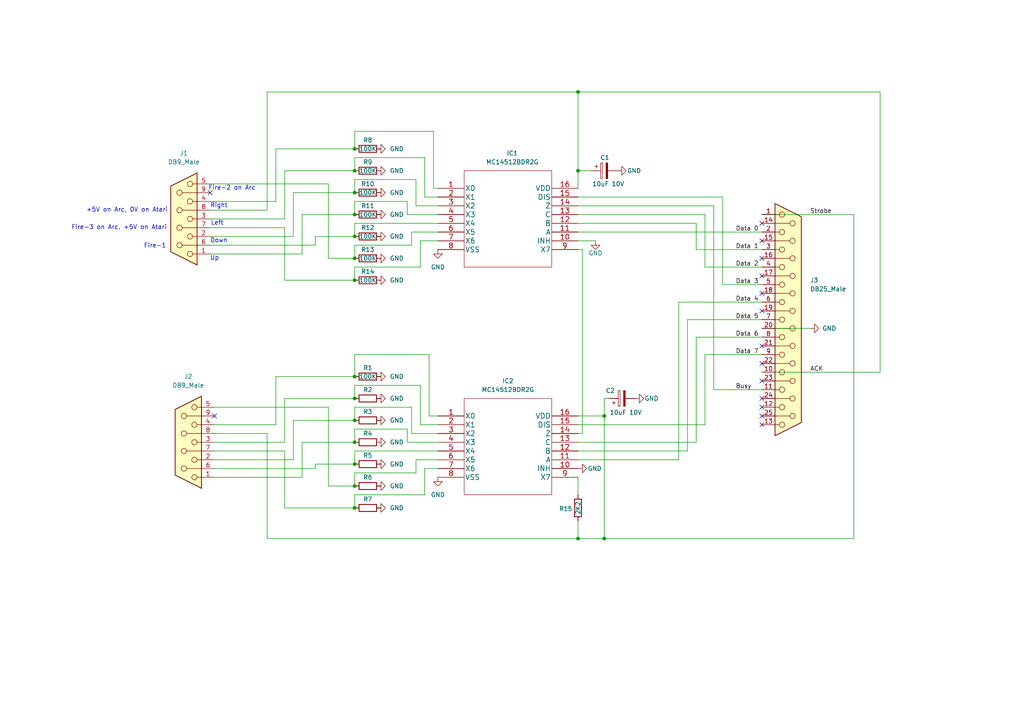
<source format=kicad_sch>
(kicad_sch (version 20250114) (generator "eeschema") (generator_version "9.0")
  (paper "A4")
  (title_block (title "Acorn Archimedes Parrallel Port Joystick Interface Ian Haylock") (date "2022-05-01") (rev "v3 - Haylock") (comment 1 "Improvements by Radiofan") (comment 2 "Rendered as Schematic by !FOZ!") (comment 3 "Supports Atari Joysticks") (comment 4 "Software supports Acorn printer port") (comment 5 "See https://stardot.org.uk/forums/viewtopic.php?f=16&t=24492"))
  (lib_symbols
    (symbol "Connector:DB25_Female" (pin_names (offset 1.016) (hide yes))
      (property "Reference" "J" (at 0 34.29 0))
      (property "Value" "DB25_Female" (at 0 -34.925 0))
      (symbol "DB25_Female_0_1"
        (polyline (pts (xy -3.81 33.655) (xy 3.81 29.845) (xy 3.81 -29.845) (xy -3.81 -33.655) (xy -3.81 33.655)) (stroke (width 0.254)) (fill (type background)))
        (polyline (pts (xy -3.81 30.48) (xy -2.54 30.48)))
        (polyline (pts (xy -3.81 27.94) (xy 0.508 27.94)))
        (polyline (pts (xy -3.81 25.4) (xy -2.54 25.4)))
        (polyline (pts (xy -3.81 22.86) (xy 0.508 22.86)))
        (polyline (pts (xy -3.81 20.32) (xy -2.54 20.32)))
        (polyline (pts (xy -3.81 17.78) (xy 0.508 17.78)))
        (polyline (pts (xy -3.81 15.24) (xy -2.54 15.24)))
        (polyline (pts (xy -3.81 12.7) (xy 0.508 12.7)))
        (polyline (pts (xy -3.81 10.16) (xy -2.54 10.16)))
        (polyline (pts (xy -3.81 7.62) (xy 0.508 7.62)))
        (polyline (pts (xy -3.81 5.08) (xy -2.54 5.08)))
        (polyline (pts (xy -3.81 2.54) (xy 0.508 2.54)))
        (polyline (pts (xy -3.81 0) (xy -2.54 0)))
        (polyline (pts (xy -3.81 -2.54) (xy 0.508 -2.54)))
        (polyline (pts (xy -3.81 -5.08) (xy -2.54 -5.08)))
        (polyline (pts (xy -3.81 -7.62) (xy 0.508 -7.62)))
        (polyline (pts (xy -3.81 -10.16) (xy -2.54 -10.16)))
        (polyline (pts (xy -3.81 -12.7) (xy 0.508 -12.7)))
        (polyline (pts (xy -3.81 -15.24) (xy -2.54 -15.24)))
        (polyline (pts (xy -3.81 -17.78) (xy 0.508 -17.78)))
        (polyline (pts (xy -3.81 -20.32) (xy -2.54 -20.32)))
        (polyline (pts (xy -3.81 -22.86) (xy 0.508 -22.86)))
        (polyline (pts (xy -3.81 -25.4) (xy -2.54 -25.4)))
        (polyline (pts (xy -3.81 -27.94) (xy 0.508 -27.94)))
        (polyline (pts (xy -3.81 -30.48) (xy -2.54 -30.48)))
        (circle (center -1.778 30.48) (radius 0.762))
        (circle (center -1.778 25.4) (radius 0.762))
        (circle (center -1.778 20.32) (radius 0.762))
        (circle (center -1.778 15.24) (radius 0.762))
        (circle (center -1.778 10.16) (radius 0.762))
        (circle (center -1.778 5.08) (radius 0.762))
        (circle (center -1.778 0) (radius 0.762))
        (circle (center -1.778 -5.08) (radius 0.762))
        (circle (center -1.778 -10.16) (radius 0.762))
        (circle (center -1.778 -15.24) (radius 0.762))
        (circle (center -1.778 -20.32) (radius 0.762))
        (circle (center -1.778 -25.4) (radius 0.762))
        (circle (center -1.778 -30.48) (radius 0.762))
        (circle (center 1.27 27.94) (radius 0.762))
        (circle (center 1.27 22.86) (radius 0.762))
        (circle (center 1.27 17.78) (radius 0.762))
        (circle (center 1.27 12.7) (radius 0.762))
        (circle (center 1.27 7.62) (radius 0.762))
        (circle (center 1.27 2.54) (radius 0.762))
        (circle (center 1.27 -2.54) (radius 0.762))
        (circle (center 1.27 -7.62) (radius 0.762))
        (circle (center 1.27 -12.7) (radius 0.762))
        (circle (center 1.27 -17.78) (radius 0.762))
        (circle (center 1.27 -22.86) (radius 0.762))
        (circle (center 1.27 -27.94) (radius 0.762))
      )
      (symbol "DB25_Female_1_1"
        (pin passive line (at -7.62 30.48 0) (length 3.81) (name "1") (number "1"))
        (pin passive line (at -7.62 27.94 0) (length 3.81) (name "P14") (number "14"))
        (pin passive line (at -7.62 25.4 0) (length 3.81) (name "2") (number "2"))
        (pin passive line (at -7.62 22.86 0) (length 3.81) (name "P15") (number "15"))
        (pin passive line (at -7.62 20.32 0) (length 3.81) (name "3") (number "3"))
        (pin passive line (at -7.62 17.78 0) (length 3.81) (name "P16") (number "16"))
        (pin passive line (at -7.62 15.24 0) (length 3.81) (name "4") (number "4"))
        (pin passive line (at -7.62 12.7 0) (length 3.81) (name "P17") (number "17"))
        (pin passive line (at -7.62 10.16 0) (length 3.81) (name "5") (number "5"))
        (pin passive line (at -7.62 7.62 0) (length 3.81) (name "P18") (number "18"))
        (pin passive line (at -7.62 5.08 0) (length 3.81) (name "6") (number "6"))
        (pin passive line (at -7.62 2.54 0) (length 3.81) (name "P19") (number "19"))
        (pin passive line (at -7.62 0 0) (length 3.81) (name "7") (number "7"))
        (pin passive line (at -7.62 -2.54 0) (length 3.81) (name "P20") (number "20"))
        (pin passive line (at -7.62 -5.08 0) (length 3.81) (name "8") (number "8"))
        (pin passive line (at -7.62 -7.62 0) (length 3.81) (name "P21") (number "21"))
        (pin passive line (at -7.62 -10.16 0) (length 3.81) (name "9") (number "9"))
        (pin passive line (at -7.62 -12.7 0) (length 3.81) (name "P22") (number "22"))
        (pin passive line (at -7.62 -15.24 0) (length 3.81) (name "10") (number "10"))
        (pin passive line (at -7.62 -17.78 0) (length 3.81) (name "P23") (number "23"))
        (pin passive line (at -7.62 -20.32 0) (length 3.81) (name "11") (number "11"))
        (pin passive line (at -7.62 -22.86 0) (length 3.81) (name "P24") (number "24"))
        (pin passive line (at -7.62 -25.4 0) (length 3.81) (name "12") (number "12"))
        (pin passive line (at -7.62 -27.94 0) (length 3.81) (name "P25") (number "25"))
        (pin passive line (at -7.62 -30.48 0) (length 3.81) (name "13") (number "13"))
      )
    )
    (symbol "Connector:DB9_Female" (pin_names (offset 1.016) (hide yes))
      (property "Reference" "J" (at 0 13.97 0))
      (property "Value" "DB9_Female" (at 0 -14.605 0))
      (symbol "DB9_Female_0_1"
        (polyline (pts (xy -3.81 13.335) (xy -3.81 -13.335) (xy 3.81 -9.525) (xy 3.81 9.525) (xy -3.81 13.335)) (stroke (width 0.254)) (fill (type background)))
        (polyline (pts (xy -3.81 10.16) (xy -2.54 10.16)))
        (polyline (pts (xy -3.81 7.62) (xy 0.508 7.62)))
        (polyline (pts (xy -3.81 5.08) (xy -2.54 5.08)))
        (polyline (pts (xy -3.81 2.54) (xy 0.508 2.54)))
        (polyline (pts (xy -3.81 0) (xy -2.54 0)))
        (polyline (pts (xy -3.81 -2.54) (xy 0.508 -2.54)))
        (polyline (pts (xy -3.81 -5.08) (xy -2.54 -5.08)))
        (polyline (pts (xy -3.81 -7.62) (xy 0.508 -7.62)))
        (polyline (pts (xy -3.81 -10.16) (xy -2.54 -10.16)))
        (circle (center -1.778 10.16) (radius 0.762))
        (circle (center -1.778 5.08) (radius 0.762))
        (circle (center -1.778 0) (radius 0.762))
        (circle (center -1.778 -5.08) (radius 0.762))
        (circle (center -1.778 -10.16) (radius 0.762))
        (circle (center 1.27 7.62) (radius 0.762))
        (circle (center 1.27 2.54) (radius 0.762))
        (circle (center 1.27 -2.54) (radius 0.762))
        (circle (center 1.27 -7.62) (radius 0.762))
      )
      (symbol "DB9_Female_1_1"
        (pin passive line (at -7.62 10.16 0) (length 3.81) (name "1") (number "1"))
        (pin passive line (at -7.62 7.62 0) (length 3.81) (name "6") (number "6"))
        (pin passive line (at -7.62 5.08 0) (length 3.81) (name "2") (number "2"))
        (pin passive line (at -7.62 2.54 0) (length 3.81) (name "7") (number "7"))
        (pin passive line (at -7.62 0 0) (length 3.81) (name "3") (number "3"))
        (pin passive line (at -7.62 -2.54 0) (length 3.81) (name "8") (number "8"))
        (pin passive line (at -7.62 -5.08 0) (length 3.81) (name "4") (number "4"))
        (pin passive line (at -7.62 -7.62 0) (length 3.81) (name "9") (number "9"))
        (pin passive line (at -7.62 -10.16 0) (length 3.81) (name "5") (number "5"))
      )
    )
    (symbol "Device:C_Polarized" (pin_numbers (hide yes)) (pin_names (offset 0.254))
      (property "Reference" "C" (at 0.635 2.54 0))
      (property "Value" "C_Polarized" (at 0.635 -2.54 0))
      (symbol "C_Polarized_0_1"
        (rectangle (start -2.286 0.508) (end 2.286 1.016))
        (polyline (pts (xy -1.778 2.286) (xy -0.762 2.286)))
        (polyline (pts (xy -1.27 2.794) (xy -1.27 1.778)))
        (rectangle (start 2.286 -0.508) (end -2.286 -1.016) (fill (type outline)))
      )
      (symbol "C_Polarized_1_1"
        (pin passive line (at 0 3.81 270) (length 2.794) (name "~") (number "1"))
        (pin passive line (at 0 -3.81 90) (length 2.794) (name "~") (number "2"))
      )
    )
    (symbol "Device:R" (pin_numbers (hide yes)) (pin_names (offset 0))
      (property "Reference" "R" (at 2.032 0 90))
      (property "Value" "R" (at 0 0 90))
      (symbol "R_0_1"
        (rectangle (start -1.016 -2.54) (end 1.016 2.54) (stroke (width 0.254)))
      )
      (symbol "R_1_1"
        (pin passive line (at 0 3.81 270) (length 1.27) (name "~") (number "1"))
        (pin passive line (at 0 -3.81 90) (length 1.27) (name "~") (number "2"))
      )
    )
    (symbol "MC14512BDR2G:MC14512BDR2G" (pin_names (offset 0.254))
      (property "Reference" "U" (at 20.32 10.16 0))
      (property "Value" "MC14512BDR2G" (at 20.32 7.62 0))
      (symbol "MC14512BDR2G_1_1"
        (polyline (pts (xy 7.62 5.08) (xy 7.62 -22.86)) (stroke (width 0.127)))
        (polyline (pts (xy 7.62 -22.86) (xy 33.02 -22.86)) (stroke (width 0.127)))
        (polyline (pts (xy 33.02 5.08) (xy 7.62 5.08)) (stroke (width 0.127)))
        (polyline (pts (xy 33.02 -22.86) (xy 33.02 5.08)) (stroke (width 0.127)))
        (pin output line (at 0 0 0) (length 7.62) (name "X0") (number "1"))
        (pin output line (at 0 -2.54 0) (length 7.62) (name "X1") (number "2"))
        (pin output line (at 0 -5.08 0) (length 7.62) (name "X2") (number "3"))
        (pin output line (at 0 -7.62 0) (length 7.62) (name "X3") (number "4"))
        (pin output line (at 0 -10.16 0) (length 7.62) (name "X4") (number "5"))
        (pin output line (at 0 -12.7 0) (length 7.62) (name "X5") (number "6"))
        (pin output line (at 0 -15.24 0) (length 7.62) (name "X6") (number "7"))
        (pin power_in line (at 0 -17.78 0) (length 7.62) (name "VSS") (number "8"))
        (pin power_in line (at 40.64 0 180) (length 7.62) (name "VDD") (number "16"))
        (pin input line (at 40.64 -2.54 180) (length 7.62) (name "DIS") (number "15"))
        (pin input line (at 40.64 -5.08 180) (length 7.62) (name "Z") (number "14"))
        (pin input line (at 40.64 -7.62 180) (length 7.62) (name "C") (number "13"))
        (pin input line (at 40.64 -10.16 180) (length 7.62) (name "B") (number "12"))
        (pin input line (at 40.64 -12.7 180) (length 7.62) (name "A") (number "11"))
        (pin input line (at 40.64 -15.24 180) (length 7.62) (name "INH") (number "10"))
        (pin output line (at 40.64 -17.78 180) (length 7.62) (name "X7") (number "9"))
      )
    )
    (symbol "power:GND" (power) (pin_names (offset 0))
      (property "Value" "GND" (at 0 -3.81 0))
      (symbol "GND_0_1"
        (polyline (pts (xy 0 0) (xy 0 -1.27) (xy 1.27 -1.27) (xy 0 -2.54) (xy -1.27 -1.27) (xy 0 -1.27)))
      )
      (symbol "GND_1_1"
        (pin power_in line (at 0 0 270) (length 0) (hide yes) (name "GND") (number "1"))
      )
    )
  )
  (text "Down" (at 63.5 69.85 0) (effects (font (size 1.27 1.27))))
  (text "Right" (at 63.5 59.69 0) (effects (font (size 1.27 1.27))))
  (text "Fire-1" (at 44.958 71.374 0) (effects (font (size 1.27 1.27))))
  (text "Left" (at 62.992 64.77 0) (effects (font (size 1.27 1.27))))
  (text "Up" (at 62.23 74.93 0) (effects (font (size 1.27 1.27))))
  (text "+5V on Arc, 0V on Atari" (at 36.83 60.96 0) (effects (font (size 1.27 1.27))))
  (text "Fire-2 on Arc" (at 67.31 54.61 0) (effects (font (size 1.27 1.27))))
  (text "Fire-3 on Arc, +5V on Atari" (at 34.544 66.04 0) (effects (font (size 1.27 1.27))))
  (junction (at 102.87 43.18))
  (junction (at 102.87 55.88))
  (junction (at 102.87 49.53))
  (junction (at 102.87 134.62))
  (junction (at 102.87 128.27))
  (junction (at 102.87 81.28))
  (junction (at 102.87 74.93))
  (junction (at 167.64 49.53))
  (junction (at 102.87 68.58))
  (junction (at 175.26 120.65))
  (junction (at 102.87 62.23))
  (junction (at 102.87 115.57))
  (junction (at 167.64 156.21))
  (junction (at 102.87 109.22))
  (junction (at 102.87 121.92))
  (junction (at 102.87 147.32))
  (junction (at 175.26 156.21))
  (junction (at 102.87 140.97))
  (junction (at 167.64 26.67))
  (no_connect (at 60.96 55.88))
  (no_connect (at 62.23 120.65))
  (no_connect (at 220.98 100.33))
  (no_connect (at 220.98 105.41))
  (no_connect (at 220.98 110.49))
  (no_connect (at 220.98 115.57))
  (no_connect (at 220.98 118.11))
  (no_connect (at 220.98 123.19))
  (no_connect (at 220.98 120.65))
  (no_connect (at 220.98 64.77))
  (no_connect (at 220.98 74.93))
  (no_connect (at 220.98 80.01))
  (no_connect (at 220.98 85.09))
  (no_connect (at 220.98 69.85))
  (no_connect (at 220.98 90.17))
  (wire (pts (xy 60.96 63.5) (xy 82.55 63.5)))
  (wire (pts (xy 87.63 138.43) (xy 87.63 128.27)))
  (wire (pts (xy 255.27 107.95) (xy 220.98 107.95)))
  (wire (pts (xy 91.44 68.58) (xy 102.87 68.58)))
  (wire (pts (xy 82.55 147.32) (xy 102.87 147.32)))
  (wire (pts (xy 91.44 135.89) (xy 91.44 134.62)))
  (wire (pts (xy 102.87 55.88) (xy 102.87 52.07)))
  (wire (pts (xy 234.95 95.25) (xy 220.98 95.25)))
  (wire (pts (xy 167.64 54.61) (xy 167.64 49.53)))
  (wire (pts (xy 109.22 115.57) (xy 110.49 115.57)))
  (wire (pts (xy 109.22 140.97) (xy 110.49 140.97)))
  (wire (pts (xy 77.47 26.67) (xy 167.64 26.67)))
  (wire (pts (xy 102.87 134.62) (xy 102.87 130.81)))
  (wire (pts (xy 109.22 81.28) (xy 110.49 81.28)))
  (wire (pts (xy 62.23 133.35) (xy 85.09 133.35)))
  (wire (pts (xy 109.22 49.53) (xy 110.49 49.53)))
  (wire (pts (xy 91.44 71.12) (xy 91.44 68.58)))
  (wire (pts (xy 102.87 118.11) (xy 119.38 118.11)))
  (wire (pts (xy 199.39 92.71) (xy 220.98 92.71)))
  (wire (pts (xy 247.65 62.23) (xy 220.98 62.23)))
  (wire (pts (xy 175.26 115.57) (xy 176.53 115.57)))
  (wire (pts (xy 102.87 49.53) (xy 102.87 45.72)))
  (wire (pts (xy 102.87 74.93) (xy 102.87 71.12)))
  (wire (pts (xy 77.47 156.21) (xy 167.64 156.21)))
  (wire (pts (xy 123.19 45.72) (xy 123.19 57.15)))
  (wire (pts (xy 82.55 66.04) (xy 82.55 81.28)))
  (wire (pts (xy 167.64 67.31) (xy 220.98 67.31)))
  (wire (pts (xy 168.91 72.39) (xy 168.91 125.73)))
  (wire (pts (xy 87.63 128.27) (xy 102.87 128.27)))
  (wire (pts (xy 167.64 62.23) (xy 204.47 62.23)))
  (wire (pts (xy 199.39 130.81) (xy 199.39 92.71)))
  (wire (pts (xy 201.93 97.79) (xy 220.98 97.79)))
  (wire (pts (xy 80.01 123.19) (xy 80.01 109.22)))
  (wire (pts (xy 62.23 125.73) (xy 77.47 125.73)))
  (wire (pts (xy 121.92 69.85) (xy 127 69.85)))
  (wire (pts (xy 109.22 121.92) (xy 110.49 121.92)))
  (wire (pts (xy 204.47 62.23) (xy 204.47 77.47)))
  (wire (pts (xy 82.55 49.53) (xy 102.87 49.53)))
  (wire (pts (xy 125.73 38.1) (xy 125.73 54.61)))
  (wire (pts (xy 168.91 72.39) (xy 167.64 72.39)))
  (wire (pts (xy 167.64 26.67) (xy 255.27 26.67)))
  (wire (pts (xy 80.01 43.18) (xy 102.87 43.18)))
  (wire (pts (xy 201.93 128.27) (xy 201.93 97.79)))
  (wire (pts (xy 109.22 147.32) (xy 110.49 147.32)))
  (wire (pts (xy 119.38 118.11) (xy 119.38 125.73)))
  (wire (pts (xy 102.87 137.16) (xy 120.65 137.16)))
  (wire (pts (xy 109.22 134.62) (xy 110.49 134.62)))
  (wire (pts (xy 109.22 74.93) (xy 110.49 74.93)))
  (wire (pts (xy 109.22 43.18) (xy 110.49 43.18)))
  (wire (pts (xy 62.23 130.81) (xy 82.55 130.81)))
  (wire (pts (xy 82.55 81.28) (xy 102.87 81.28)))
  (wire (pts (xy 102.87 115.57) (xy 102.87 111.76)))
  (wire (pts (xy 60.96 73.66) (xy 87.63 73.66)))
  (wire (pts (xy 167.64 128.27) (xy 201.93 128.27)))
  (wire (pts (xy 118.11 124.46) (xy 118.11 128.27)))
  (wire (pts (xy 175.26 120.65) (xy 175.26 156.21)))
  (wire (pts (xy 125.73 54.61) (xy 127 54.61)))
  (wire (pts (xy 80.01 109.22) (xy 102.87 109.22)))
  (wire (pts (xy 60.96 68.58) (xy 85.09 68.58)))
  (wire (pts (xy 247.65 156.21) (xy 247.65 62.23)))
  (wire (pts (xy 62.23 128.27) (xy 82.55 128.27)))
  (wire (pts (xy 124.46 102.87) (xy 124.46 120.65)))
  (wire (pts (xy 175.26 115.57) (xy 175.26 120.65)))
  (wire (pts (xy 80.01 58.42) (xy 80.01 43.18)))
  (wire (pts (xy 102.87 102.87) (xy 124.46 102.87)))
  (wire (pts (xy 119.38 125.73) (xy 127 125.73)))
  (wire (pts (xy 118.11 58.42) (xy 118.11 62.23)))
  (wire (pts (xy 121.92 111.76) (xy 121.92 123.19)))
  (wire (pts (xy 109.22 109.22) (xy 110.49 109.22)))
  (wire (pts (xy 85.09 133.35) (xy 85.09 121.92)))
  (wire (pts (xy 196.85 87.63) (xy 220.98 87.63)))
  (wire (pts (xy 95.25 140.97) (xy 102.87 140.97)))
  (wire (pts (xy 123.19 143.51) (xy 123.19 135.89)))
  (wire (pts (xy 102.87 143.51) (xy 123.19 143.51)))
  (wire (pts (xy 167.64 64.77) (xy 201.93 64.77)))
  (wire (pts (xy 102.87 124.46) (xy 118.11 124.46)))
  (wire (pts (xy 255.27 26.67) (xy 255.27 107.95)))
  (wire (pts (xy 82.55 128.27) (xy 82.55 115.57)))
  (wire (pts (xy 209.55 82.55) (xy 220.98 82.55)))
  (wire (pts (xy 82.55 115.57) (xy 102.87 115.57)))
  (wire (pts (xy 121.92 123.19) (xy 127 123.19)))
  (wire (pts (xy 121.92 77.47) (xy 121.92 69.85)))
  (wire (pts (xy 60.96 60.96) (xy 77.47 60.96)))
  (wire (pts (xy 207.01 113.03) (xy 220.98 113.03)))
  (wire (pts (xy 102.87 121.92) (xy 102.87 118.11)))
  (wire (pts (xy 62.23 138.43) (xy 87.63 138.43)))
  (wire (pts (xy 62.23 123.19) (xy 80.01 123.19)))
  (wire (pts (xy 102.87 43.18) (xy 102.87 38.1)))
  (wire (pts (xy 102.87 52.07) (xy 120.65 52.07)))
  (wire (pts (xy 175.26 156.21) (xy 247.65 156.21)))
  (wire (pts (xy 95.25 118.11) (xy 95.25 140.97)))
  (wire (pts (xy 102.87 147.32) (xy 102.87 143.51)))
  (wire (pts (xy 119.38 67.31) (xy 127 67.31)))
  (wire (pts (xy 167.64 151.13) (xy 167.64 156.21)))
  (wire (pts (xy 60.96 58.42) (xy 80.01 58.42)))
  (wire (pts (xy 124.46 120.65) (xy 127 120.65)))
  (wire (pts (xy 82.55 130.81) (xy 82.55 147.32)))
  (wire (pts (xy 102.87 109.22) (xy 102.87 102.87)))
  (wire (pts (xy 204.47 77.47) (xy 220.98 77.47)))
  (wire (pts (xy 102.87 77.47) (xy 121.92 77.47)))
  (wire (pts (xy 120.65 133.35) (xy 127 133.35)))
  (wire (pts (xy 102.87 111.76) (xy 121.92 111.76)))
  (wire (pts (xy 167.64 26.67) (xy 167.64 49.53)))
  (wire (pts (xy 209.55 57.15) (xy 209.55 82.55)))
  (wire (pts (xy 204.47 123.19) (xy 204.47 102.87)))
  (wire (pts (xy 60.96 71.12) (xy 91.44 71.12)))
  (wire (pts (xy 167.64 156.21) (xy 175.26 156.21)))
  (wire (pts (xy 167.64 69.85) (xy 172.72 69.85)))
  (wire (pts (xy 102.87 45.72) (xy 123.19 45.72)))
  (wire (pts (xy 167.64 120.65) (xy 175.26 120.65)))
  (wire (pts (xy 95.25 53.34) (xy 95.25 74.93)))
  (wire (pts (xy 118.11 62.23) (xy 127 62.23)))
  (wire (pts (xy 60.96 66.04) (xy 82.55 66.04)))
  (wire (pts (xy 102.87 64.77) (xy 127 64.77)))
  (wire (pts (xy 95.25 74.93) (xy 102.87 74.93)))
  (wire (pts (xy 82.55 63.5) (xy 82.55 49.53)))
  (wire (pts (xy 167.64 133.35) (xy 196.85 133.35)))
  (wire (pts (xy 167.64 57.15) (xy 209.55 57.15)))
  (wire (pts (xy 168.91 125.73) (xy 167.64 125.73)))
  (wire (pts (xy 91.44 134.62) (xy 102.87 134.62)))
  (wire (pts (xy 102.87 68.58) (xy 102.87 64.77)))
  (wire (pts (xy 60.96 53.34) (xy 95.25 53.34)))
  (wire (pts (xy 109.22 68.58) (xy 110.49 68.58)))
  (wire (pts (xy 167.64 138.43) (xy 167.64 143.51)))
  (wire (pts (xy 204.47 102.87) (xy 220.98 102.87)))
  (wire (pts (xy 109.22 62.23) (xy 110.49 62.23)))
  (wire (pts (xy 87.63 62.23) (xy 102.87 62.23)))
  (wire (pts (xy 120.65 59.69) (xy 127 59.69)))
  (wire (pts (xy 102.87 130.81) (xy 127 130.81)))
  (wire (pts (xy 62.23 135.89) (xy 91.44 135.89)))
  (wire (pts (xy 85.09 68.58) (xy 85.09 55.88)))
  (wire (pts (xy 109.22 128.27) (xy 110.49 128.27)))
  (wire (pts (xy 201.93 72.39) (xy 220.98 72.39)))
  (wire (pts (xy 167.64 49.53) (xy 171.45 49.53)))
  (wire (pts (xy 77.47 125.73) (xy 77.47 156.21)))
  (wire (pts (xy 87.63 73.66) (xy 87.63 62.23)))
  (wire (pts (xy 196.85 133.35) (xy 196.85 87.63)))
  (wire (pts (xy 167.64 130.81) (xy 199.39 130.81)))
  (wire (pts (xy 102.87 140.97) (xy 102.87 137.16)))
  (wire (pts (xy 120.65 137.16) (xy 120.65 133.35)))
  (wire (pts (xy 118.11 128.27) (xy 127 128.27)))
  (wire (pts (xy 207.01 59.69) (xy 207.01 113.03)))
  (wire (pts (xy 120.65 52.07) (xy 120.65 59.69)))
  (wire (pts (xy 102.87 58.42) (xy 118.11 58.42)))
  (wire (pts (xy 201.93 64.77) (xy 201.93 72.39)))
  (wire (pts (xy 62.23 118.11) (xy 95.25 118.11)))
  (wire (pts (xy 109.22 55.88) (xy 110.49 55.88)))
  (wire (pts (xy 85.09 121.92) (xy 102.87 121.92)))
  (wire (pts (xy 102.87 62.23) (xy 102.87 58.42)))
  (wire (pts (xy 123.19 57.15) (xy 127 57.15)))
  (wire (pts (xy 102.87 71.12) (xy 119.38 71.12)))
  (wire (pts (xy 167.64 123.19) (xy 204.47 123.19)))
  (wire (pts (xy 85.09 55.88) (xy 102.87 55.88)))
  (wire (pts (xy 119.38 71.12) (xy 119.38 67.31)))
  (wire (pts (xy 123.19 135.89) (xy 127 135.89)))
  (wire (pts (xy 102.87 81.28) (xy 102.87 77.47)))
  (wire (pts (xy 102.87 128.27) (xy 102.87 124.46)))
  (wire (pts (xy 167.64 59.69) (xy 207.01 59.69)))
  (wire (pts (xy 102.87 38.1) (xy 125.73 38.1)))
  (wire (pts (xy 77.47 60.96) (xy 77.47 26.67)))
  (label "Data 7" (at 213.36 102.87 0))
  (label "Data 4" (at 213.36 87.63 0))
  (label "Data 6" (at 213.36 97.79 0))
  (label "ACK" (at 234.95 107.95 0))
  (label "Busy" (at 213.36 113.03 0))
  (label "Data 0" (at 213.36 67.31 0))
  (label "Data 2" (at 213.36 77.47 0))
  (label "Strobe" (at 234.95 62.23 0))
  (label "Data 5" (at 213.36 92.71 0))
  (label "Data 3" (at 213.36 82.55 0))
  (label "Data 1" (at 213.36 72.39 0))
  (symbol (lib_id "power:GND") (at 109.22 68.58 90) (unit 1)
    (property "Reference" "#PWR0111" (effects (hide yes)))
    (property "Value" "GND" (at 113.03 68.5799 90) (effects (justify right)))
  )
  (symbol (lib_id "power:GND") (at 109.22 128.27 90) (unit 1)
    (property "Reference" "#PWR0120" (effects (hide yes)))
    (property "Value" "GND" (at 113.03 128.2699 90) (effects (justify right)))
  )
  (symbol (lib_id "power:GND") (at 109.22 55.88 90) (unit 1)
    (property "Reference" "#PWR0109" (effects (hide yes)))
    (property "Value" "GND" (at 113.03 55.8799 90) (effects (justify right)))
  )
  (symbol (lib_id "Device:R") (at 106.68 55.88 90) (unit 1)
    (property "Reference" "R10" (at 106.68 53.34 90))
    (property "Value" "100K" (at 106.68 55.88 90))
    (property "Footprint" "Resistor_SMD:R_0805_2012Metric_Pad1.20x1.40mm_HandSolder" (effects (hide yes)))
  )
  (symbol (lib_id "Device:C_Polarized") (at 180.34 115.57 90) (unit 1)
    (property "Reference" "C2" (at 177.038 113.284 90))
    (property "Value" "10uF 10V" (at 186.182 119.634 90) (effects (justify left)))
    (property "Footprint" "Capacitor_THT:CP_Radial_D5.0mm_P2.00mm" (effects (hide yes)))
  )
  (symbol (lib_id "power:GND") (at 109.22 134.62 90) (unit 1)
    (property "Reference" "#PWR0116" (effects (hide yes)))
    (property "Value" "GND" (at 113.03 134.6199 90) (effects (justify right)))
  )
  (symbol (lib_id "Device:R") (at 106.68 74.93 270) (unit 1)
    (property "Reference" "R13" (at 106.68 72.39 90))
    (property "Value" "100K" (at 106.68 74.93 90))
    (property "Footprint" "Resistor_SMD:R_0805_2012Metric_Pad1.20x1.40mm_HandSolder" (effects (hide yes)))
  )
  (symbol (lib_id "Device:C_Polarized") (at 175.26 49.53 90) (mirror x) (unit 1)
    (property "Reference" "C1" (at 176.784 45.72 90) (effects (justify left)))
    (property "Value" "10uF 10V" (at 181.102 53.34 90) (effects (justify left)))
    (property "Footprint" "Capacitor_THT:CP_Radial_D5.0mm_P2.00mm" (effects (hide yes)))
  )
  (symbol (lib_id "Device:R") (at 106.68 43.18 90) (unit 1)
    (property "Reference" "R8" (at 106.68 40.64 90))
    (property "Value" "100K" (at 106.68 43.18 90))
    (property "Footprint" "Resistor_SMD:R_0805_2012Metric_Pad1.20x1.40mm_HandSolder" (effects (hide yes)))
  )
  (symbol (lib_id "power:GND") (at 109.22 109.22 90) (unit 1)
    (property "Reference" "#PWR0119" (effects (hide yes)))
    (property "Value" "GND" (at 113.03 109.2199 90) (effects (justify right)))
  )
  (symbol (lib_id "Device:R") (at 106.68 140.97 90) (unit 1)
    (property "Reference" "R6" (at 106.68 138.43 90))
    (property "Value" "100k" (effects (hide yes)))
    (property "Footprint" "Resistor_SMD:R_0805_2012Metric_Pad1.20x1.40mm_HandSolder" (effects (hide yes)))
  )
  (symbol (lib_id "Device:R") (at 106.68 147.32 90) (unit 1)
    (property "Reference" "R7" (at 106.68 144.78 90))
    (property "Value" "100k" (effects (hide yes)))
    (property "Footprint" "Resistor_SMD:R_0805_2012Metric_Pad1.20x1.40mm_HandSolder" (effects (hide yes)))
  )
  (symbol (lib_id "power:GND") (at 109.22 147.32 90) (unit 1)
    (property "Reference" "#PWR0115" (effects (hide yes)))
    (property "Value" "GND" (at 113.03 147.3199 90) (effects (justify right)))
  )
  (symbol (lib_id "power:GND") (at 127 138.43 0) (unit 1)
    (property "Reference" "#PWR0103" (effects (hide yes)))
    (property "Value" "GND" (at 127 143.51 0))
  )
  (symbol (lib_id "power:GND") (at 127 72.39 0) (unit 1)
    (property "Reference" "#PWR0102" (effects (hide yes)))
    (property "Value" "GND" (at 127 77.47 0))
  )
  (symbol (lib_id "Connector:DB9_Female") (at 53.34 63.5 180) (unit 1)
    (property "Reference" "J1" (at 53.34 44.45 0))
    (property "Value" "DB9_Male" (at 53.34 46.99 0))
    (property "Footprint" "MyFootprints:5747840-4" (effects (hide yes)))
  )
  (symbol (lib_id "power:GND") (at 109.22 74.93 90) (unit 1)
    (property "Reference" "#PWR0112" (effects (hide yes)))
    (property "Value" "GND" (at 113.03 74.9299 90) (effects (justify right)))
  )
  (symbol (lib_id "power:GND") (at 109.22 62.23 90) (unit 1)
    (property "Reference" "#PWR0108" (effects (hide yes)))
    (property "Value" "GND" (at 113.03 62.2299 90) (effects (justify right)))
  )
  (symbol (lib_id "Device:R") (at 106.68 109.22 90) (unit 1)
    (property "Reference" "R1" (at 106.68 106.68 90))
    (property "Value" "100K" (at 109.22 109.22 90) (effects (justify left)))
    (property "Footprint" "Resistor_SMD:R_0805_2012Metric_Pad1.20x1.40mm_HandSolder" (effects (hide yes)))
  )
  (symbol (lib_id "Connector:DB25_Female") (at 228.6 92.71 0) (unit 1)
    (property "Reference" "J3" (at 234.95 81.28 0) (effects (justify left)))
    (property "Value" "DB25_Male" (at 234.95 83.82 0) (effects (justify left)))
    (property "Footprint" "MyFootprints:5788794-1" (effects (hide yes)))
  )
  (symbol (lib_id "power:GND") (at 109.22 43.18 90) (unit 1)
    (property "Reference" "#PWR0110" (effects (hide yes)))
    (property "Value" "GND" (at 113.03 43.1799 90) (effects (justify right)))
  )
  (symbol (lib_id "power:GND") (at 179.07 49.53 90) (mirror x) (unit 1)
    (property "Reference" "#PWR0101" (effects (hide yes)))
    (property "Value" "GND" (at 181.864 49.53 90) (effects (justify right)))
  )
  (symbol (lib_id "MC14512BDR2G:MC14512BDR2G") (at 127 54.61 0) (unit 1)
    (property "Reference" "IC1" (at 148.59 44.45 0))
    (property "Value" "MC14512BDR2G" (at 148.59 46.99 0))
    (property "Footprint" "Package_SO:SOIC-16_3.9x9.9mm_P1.27mm" (effects (hide yes)))
    (property "Datasheet" "DOCUMENTATION" (effects (hide yes)))
  )
  (symbol (lib_id "power:GND") (at 184.15 115.57 90) (unit 1)
    (property "Reference" "#PWR0105" (effects (hide yes)))
    (property "Value" "GND" (at 188.976 115.57 90))
  )
  (symbol (lib_id "power:GND") (at 109.22 49.53 90) (unit 1)
    (property "Reference" "#PWR0107" (effects (hide yes)))
    (property "Value" "GND" (at 113.03 49.5299 90) (effects (justify right)))
  )
  (symbol (lib_id "power:GND") (at 109.22 140.97 90) (unit 1)
    (property "Reference" "#PWR0117" (effects (hide yes)))
    (property "Value" "GND" (at 113.03 140.9699 90) (effects (justify right)))
  )
  (symbol (lib_id "power:GND") (at 172.72 69.85 0) (unit 1)
    (property "Reference" "#PWR0104" (effects (hide yes)))
    (property "Value" "GND" (at 172.72 73.406 0))
  )
  (symbol (lib_id "Device:R") (at 106.68 68.58 90) (unit 1)
    (property "Reference" "R12" (at 106.68 66.04 90))
    (property "Value" "100K" (at 106.68 68.58 90))
    (property "Footprint" "Resistor_SMD:R_0805_2012Metric_Pad1.20x1.40mm_HandSolder" (effects (hide yes)))
  )
  (symbol (lib_id "Connector:DB9_Female") (at 54.61 128.27 180) (unit 1)
    (property "Reference" "J2" (at 54.61 109.22 0))
    (property "Value" "DB9_Male" (at 54.61 111.76 0))
    (property "Footprint" "MyFootprints:5747840-4" (effects (hide yes)))
  )
  (symbol (lib_id "Device:R") (at 106.68 49.53 90) (unit 1)
    (property "Reference" "R9" (at 106.68 46.99 90))
    (property "Value" "100K" (at 106.68 49.53 90))
    (property "Footprint" "Resistor_SMD:R_0805_2012Metric_Pad1.20x1.40mm_HandSolder" (effects (hide yes)))
  )
  (symbol (lib_id "Device:R") (at 106.68 128.27 90) (unit 1)
    (property "Reference" "R4" (at 106.68 125.73 90))
    (property "Value" "100k" (effects (hide yes)))
    (property "Footprint" "Resistor_SMD:R_0805_2012Metric_Pad1.20x1.40mm_HandSolder" (effects (hide yes)))
  )
  (symbol (lib_id "MC14512BDR2G:MC14512BDR2G") (at 127 120.65 0) (unit 1)
    (property "Reference" "IC2" (at 147.32 110.49 0))
    (property "Value" "MC14512BDR2G" (at 147.32 113.03 0))
    (property "Footprint" "Package_SO:SOIC-16_3.9x9.9mm_P1.27mm" (effects (hide yes)))
    (property "Datasheet" "DOCUMENTATION" (effects (hide yes)))
  )
  (symbol (lib_id "Device:R") (at 106.68 81.28 90) (unit 1)
    (property "Reference" "R14" (at 106.68 78.74 90))
    (property "Value" "100K" (at 106.68 81.28 90))
    (property "Footprint" "Resistor_SMD:R_0805_2012Metric_Pad1.20x1.40mm_HandSolder" (effects (hide yes)))
  )
  (symbol (lib_id "power:GND") (at 109.22 121.92 90) (unit 1)
    (property "Reference" "#PWR0114" (effects (hide yes)))
    (property "Value" "GND" (at 113.03 121.9199 90) (effects (justify right)))
  )
  (symbol (lib_id "power:GND") (at 109.22 81.28 90) (unit 1)
    (property "Reference" "#PWR0113" (effects (hide yes)))
    (property "Value" "GND" (at 113.03 81.2799 90) (effects (justify right)))
  )
  (symbol (lib_id "Device:R") (at 106.68 62.23 90) (unit 1)
    (property "Reference" "R11" (at 106.68 59.69 90))
    (property "Value" "100K" (at 106.68 62.23 90))
    (property "Footprint" "Resistor_SMD:R_0805_2012Metric_Pad1.20x1.40mm_HandSolder" (effects (hide yes)))
  )
  (symbol (lib_id "Device:R") (at 106.68 121.92 90) (unit 1)
    (property "Reference" "R3" (at 106.68 119.38 90))
    (property "Value" "100k" (effects (hide yes)))
    (property "Footprint" "Resistor_SMD:R_0805_2012Metric_Pad1.20x1.40mm_HandSolder" (effects (hide yes)))
  )
  (symbol (lib_id "Device:R") (at 167.64 147.32 180) (unit 1)
    (property "Reference" "R15" (at 164.084 147.574 0))
    (property "Value" "2K2" (at 167.64 147.32 90))
    (property "Footprint" "Resistor_SMD:R_0805_2012Metric_Pad1.20x1.40mm_HandSolder" (effects (hide yes)))
  )
  (symbol (lib_id "Device:R") (at 106.68 115.57 90) (unit 1)
    (property "Reference" "R2" (at 106.68 113.03 90))
    (property "Value" "100k" (effects (hide yes)))
    (property "Footprint" "Resistor_SMD:R_0805_2012Metric_Pad1.20x1.40mm_HandSolder" (effects (hide yes)))
  )
  (symbol (lib_id "power:GND") (at 167.64 135.89 90) (unit 1)
    (property "Reference" "#PWR0121" (effects (hide yes)))
    (property "Value" "GND" (at 170.434 135.89 90) (effects (justify right)))
  )
  (symbol (lib_id "Device:R") (at 106.68 134.62 90) (unit 1)
    (property "Reference" "R5" (at 106.68 132.08 90))
    (property "Value" "100k" (effects (hide yes)))
    (property "Footprint" "Resistor_SMD:R_0805_2012Metric_Pad1.20x1.40mm_HandSolder" (effects (hide yes)))
  )
  (symbol (lib_id "power:GND") (at 234.95 95.25 90) (unit 1)
    (property "Reference" "#PWR0106" (effects (hide yes)))
    (property "Value" "GND" (at 242.57 95.25 90) (effects (justify left)))
  )
  (symbol (lib_id "power:GND") (at 109.22 115.57 90) (unit 1)
    (property "Reference" "#PWR0118" (effects (hide yes)))
    (property "Value" "GND" (at 113.03 115.5699 90) (effects (justify right)))
  )
)
</source>
